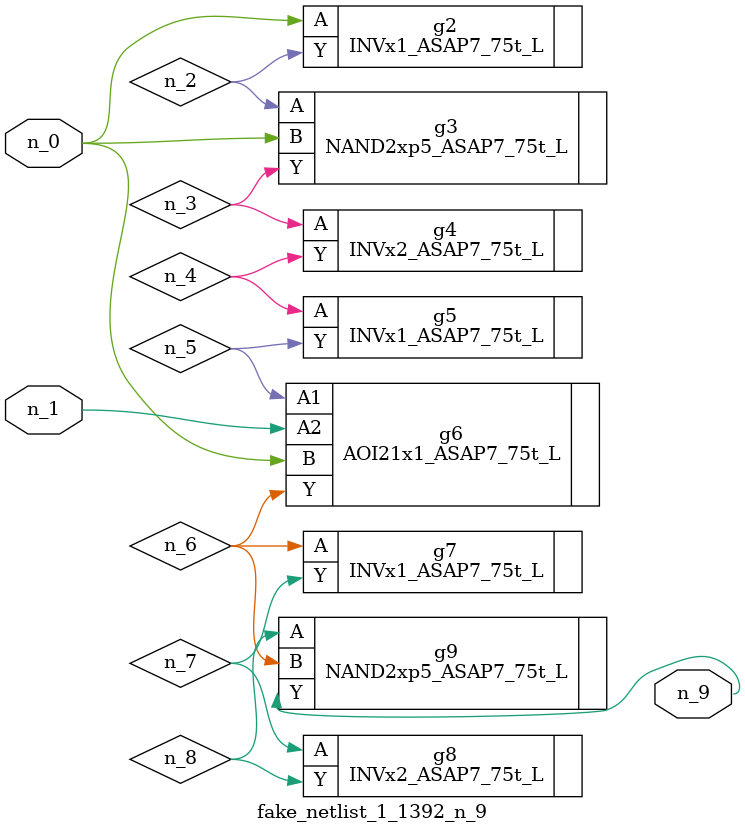
<source format=v>
module fake_netlist_1_1392_n_9 (n_1, n_0, n_9);
input n_1;
input n_0;
output n_9;
wire n_2;
wire n_6;
wire n_4;
wire n_3;
wire n_5;
wire n_7;
wire n_8;
INVx1_ASAP7_75t_L g2 ( .A(n_0), .Y(n_2) );
NAND2xp5_ASAP7_75t_L g3 ( .A(n_2), .B(n_0), .Y(n_3) );
INVx2_ASAP7_75t_L g4 ( .A(n_3), .Y(n_4) );
INVx1_ASAP7_75t_L g5 ( .A(n_4), .Y(n_5) );
AOI21x1_ASAP7_75t_L g6 ( .A1(n_5), .A2(n_1), .B(n_0), .Y(n_6) );
INVx1_ASAP7_75t_L g7 ( .A(n_6), .Y(n_7) );
INVx2_ASAP7_75t_L g8 ( .A(n_7), .Y(n_8) );
NAND2xp5_ASAP7_75t_L g9 ( .A(n_8), .B(n_6), .Y(n_9) );
endmodule
</source>
